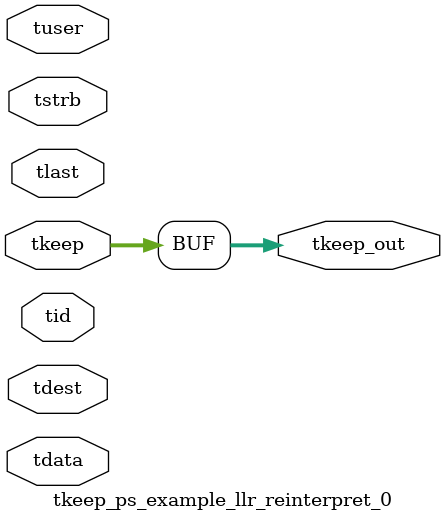
<source format=v>


`timescale 1ps/1ps

module tkeep_ps_example_llr_reinterpret_0 #
(
parameter C_S_AXIS_TDATA_WIDTH = 32,
parameter C_S_AXIS_TUSER_WIDTH = 0,
parameter C_S_AXIS_TID_WIDTH   = 0,
parameter C_S_AXIS_TDEST_WIDTH = 0,
parameter C_M_AXIS_TDATA_WIDTH = 32
)
(
input  [(C_S_AXIS_TDATA_WIDTH == 0 ? 1 : C_S_AXIS_TDATA_WIDTH)-1:0     ] tdata,
input  [(C_S_AXIS_TUSER_WIDTH == 0 ? 1 : C_S_AXIS_TUSER_WIDTH)-1:0     ] tuser,
input  [(C_S_AXIS_TID_WIDTH   == 0 ? 1 : C_S_AXIS_TID_WIDTH)-1:0       ] tid,
input  [(C_S_AXIS_TDEST_WIDTH == 0 ? 1 : C_S_AXIS_TDEST_WIDTH)-1:0     ] tdest,
input  [(C_S_AXIS_TDATA_WIDTH/8)-1:0 ] tkeep,
input  [(C_S_AXIS_TDATA_WIDTH/8)-1:0 ] tstrb,
input                                                                    tlast,
output [(C_M_AXIS_TDATA_WIDTH/8)-1:0 ] tkeep_out
);

assign tkeep_out = {4'b1111,tkeep[11:0]};

endmodule


</source>
